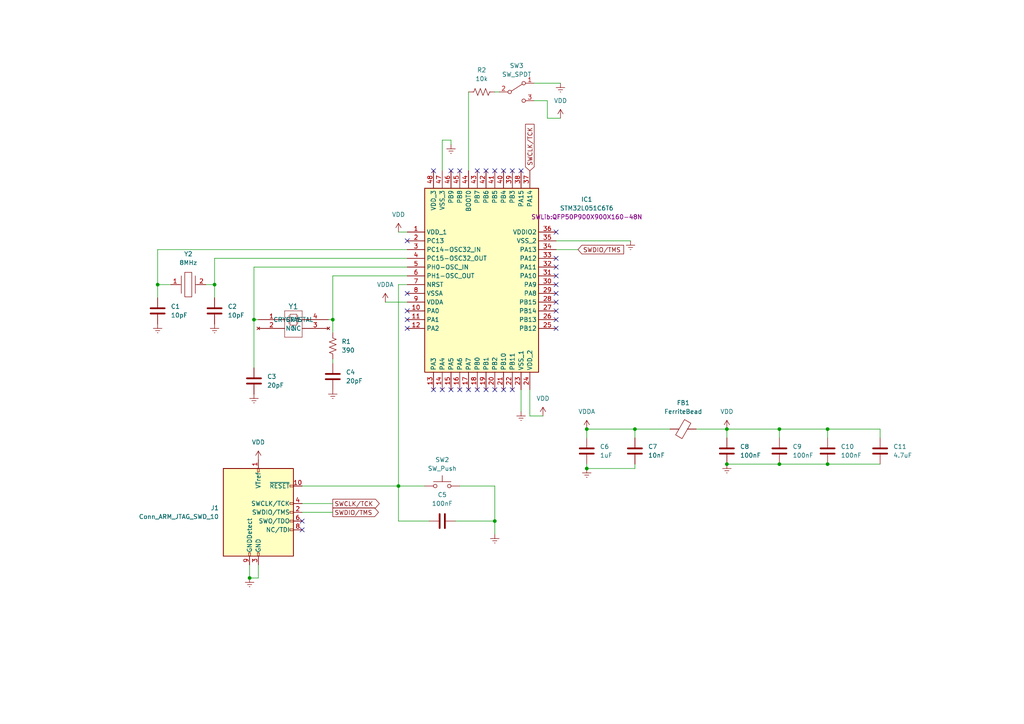
<source format=kicad_sch>
(kicad_sch (version 20230121) (generator eeschema)
  (paper "A4")
  (lib_symbols
    (symbol "Connector:Conn_ARM_JTAG_SWD_10" (pin_names (offset 1.016))
      (property "Reference" "J" (at -2.54 16.51 0))
      (property "Value" "Conn_ARM_JTAG_SWD_10" (at -2.54 13.97 0))
      (symbol "Conn_ARM_JTAG_SWD_10_0_1"
        (rectangle (start -10.16 12.7) (end 10.16 -12.7) (stroke (width 0.254)) (fill (type background)))
        (rectangle (start -2.794 -12.7) (end -2.286 -11.684))
        (rectangle (start -0.254 -12.7) (end 0.254 -11.684))
        (rectangle (start -0.254 12.7) (end 0.254 11.684))
        (rectangle (start 9.144 2.286) (end 10.16 2.794))
        (rectangle (start 10.16 -2.794) (end 9.144 -2.286))
        (rectangle (start 10.16 -0.254) (end 9.144 0.254))
        (rectangle (start 10.16 7.874) (end 9.144 7.366))
      )
      (symbol "Conn_ARM_JTAG_SWD_10_1_1"
        (rectangle (start 9.144 -5.334) (end 10.16 -4.826))
        (pin power_in line (at 0 15.24 270) (length 2.54) (name "VTref") (number "1"))
        (pin open_collector line (at 12.7 7.62 180) (length 2.54) (name "~{RESET}") (number "10"))
        (pin bidirectional line (at 12.7 0 180) (length 2.54) (name "SWDIO/TMS") (number "2"))
        (pin power_in line (at 0 -15.24 90) (length 2.54) (name "GND") (number "3"))
        (pin output line (at 12.7 2.54 180) (length 2.54) (name "SWCLK/TCK") (number "4"))
        (pin passive line (at 0 -15.24 90) (length 2.54) hide (name "GND") (number "5"))
        (pin input line (at 12.7 -2.54 180) (length 2.54) (name "SWO/TDO") (number "6"))
        (pin no_connect line (at -10.16 0 0) (length 2.54) hide (name "KEY") (number "7"))
        (pin output line (at 12.7 -5.08 180) (length 2.54) (name "NC/TDI") (number "8"))
        (pin passive line (at -2.54 -15.24 90) (length 2.54) (name "GNDDetect") (number "9"))
      )
    )
    (symbol "Device:C" (pin_numbers hide) (pin_names (offset 0.254))
      (property "Reference" "C" (at 0.635 2.54 0))
      (property "Value" "C" (at 0.635 -2.54 0))
      (symbol "C_0_1"
        (polyline (pts (xy -2.032 -0.762) (xy 2.032 -0.762)) (stroke (width 0.508)))
        (polyline (pts (xy -2.032 0.762) (xy 2.032 0.762)) (stroke (width 0.508)))
      )
      (symbol "C_1_1"
        (pin passive line (at 0 3.81 270) (length 2.794) (name "~") (number "1"))
        (pin passive line (at 0 -3.81 90) (length 2.794) (name "~") (number "2"))
      )
    )
    (symbol "Device:FerriteBead" (pin_numbers hide) (pin_names (offset 0))
      (property "Reference" "FB" (at -3.81 0.635 90))
      (property "Value" "FerriteBead" (at 3.81 0 90))
      (symbol "FerriteBead_0_1"
        (polyline (pts (xy 0 -1.27) (xy 0 -1.2192)))
        (polyline (pts (xy 0 1.27) (xy 0 1.2954)))
        (polyline (pts (xy -2.7686 0.4064) (xy -1.7018 2.2606) (xy 2.7686 -0.3048) (xy 1.6764 -2.159) (xy -2.7686 0.4064)))
      )
      (symbol "FerriteBead_1_1"
        (pin passive line (at 0 3.81 270) (length 2.54) (name "~") (number "1"))
        (pin passive line (at 0 -3.81 90) (length 2.54) (name "~") (number "2"))
      )
    )
    (symbol "Device:R_US" (pin_numbers hide) (pin_names (offset 0))
      (property "Reference" "R" (at 2.54 0 90))
      (property "Value" "R_US" (at -2.54 0 90))
      (symbol "R_US_0_1"
        (polyline (pts (xy 0 -2.286) (xy 0 -2.54)))
        (polyline (pts (xy 0 2.286) (xy 0 2.54)))
        (polyline (pts (xy 0 -0.762) (xy 1.016 -1.143) (xy 0 -1.524) (xy -1.016 -1.905) (xy 0 -2.286)))
        (polyline (pts (xy 0 0.762) (xy 1.016 0.381) (xy 0 0) (xy -1.016 -0.381) (xy 0 -0.762)))
        (polyline (pts (xy 0 2.286) (xy 1.016 1.905) (xy 0 1.524) (xy -1.016 1.143) (xy 0 0.762)))
      )
      (symbol "R_US_1_1"
        (pin passive line (at 0 3.81 270) (length 1.27) (name "~") (number "1"))
        (pin passive line (at 0 -3.81 90) (length 1.27) (name "~") (number "2"))
      )
    )
    (symbol "SWLib:830003151" (pin_names (offset 0.762))
      (property "Reference" "Y" (at 8.89 6.35 0))
      (property "Value" "830003151" (at 8.89 3.81 0))
      (symbol "830003151_0_0"
        (pin passive line (at 0 0 0) (length 2.54) (name "~") (number "1"))
        (pin passive line (at 10.16 0 180) (length 2.54) (name "~") (number "2"))
      )
      (symbol "830003151_0_1"
        (polyline (pts (xy 3.048 0) (xy 2.54 0)) (stroke (width 0.1524)))
        (polyline (pts (xy 3.048 2.54) (xy 3.048 -2.54)) (stroke (width 0.1524)))
        (polyline (pts (xy 7.112 0) (xy 7.62 0)) (stroke (width 0.1524)))
        (polyline (pts (xy 7.112 2.54) (xy 7.112 -2.54)) (stroke (width 0.1524)))
        (polyline (pts (xy 4.064 3.556) (xy 4.064 -3.556) (xy 6.096 -3.556) (xy 6.096 3.556) (xy 4.064 3.556)) (stroke (width 0.1524)))
      )
    )
    (symbol "SWLib:ABS25-32.768KHZ-6-T" (pin_names (offset 0.254))
      (property "Reference" "X" (at 10.16 7.62 0))
      (property "Value" "ABS25-32.768KHZ-6-T" (at 10.16 5.08 0))
      (symbol "ABS25-32.768KHZ-6-T_0_1"
        (polyline (pts (xy 7.62 -5.08) (xy 12.7 -5.08)) (stroke (width 0.127)))
        (polyline (pts (xy 7.62 0) (xy 8.89 0)) (stroke (width 0.127)))
        (polyline (pts (xy 7.62 2.54) (xy 7.62 -5.08)) (stroke (width 0.127)))
        (polyline (pts (xy 8.89 1.27) (xy 8.89 -1.27)) (stroke (width 0.127)))
        (polyline (pts (xy 9.2075 -1.5875) (xy 11.1125 -1.5875)) (stroke (width 0.127)))
        (polyline (pts (xy 9.2075 1.5875) (xy 9.2075 -1.5875)) (stroke (width 0.127)))
        (polyline (pts (xy 9.2075 1.5875) (xy 11.1125 1.5875)) (stroke (width 0.127)))
        (polyline (pts (xy 11.1125 1.5875) (xy 11.1125 -1.5875)) (stroke (width 0.127)))
        (polyline (pts (xy 11.43 0) (xy 12.7 0)) (stroke (width 0.127)))
        (polyline (pts (xy 11.43 1.27) (xy 11.43 -1.27)) (stroke (width 0.127)))
        (polyline (pts (xy 12.7 -5.08) (xy 12.7 2.54)) (stroke (width 0.127)))
        (polyline (pts (xy 12.7 2.54) (xy 7.62 2.54)) (stroke (width 0.127)))
        (pin unspecified line (at 0 0 0) (length 7.62) (name "CRYSTAL") (number "1"))
        (pin no_connect line (at 0 -2.54 0) (length 7.62) (name "NC") (number "2"))
        (pin no_connect line (at 20.32 -2.54 180) (length 7.62) (name "NC") (number "3"))
        (pin unspecified line (at 20.32 0 180) (length 7.62) (name "CRYSTAL") (number "4"))
      )
    )
    (symbol "SWLib:STM32L051C6T6"
      (property "Reference" "IC" (at 39.37 17.78 0))
      (property "Value" "STM32L051C6T6" (at 39.37 15.24 0))
      (property "Footprint" "QFP50P900X900X160-48N" (at 39.37 -84.76 0))
      (symbol "STM32L051C6T6_1_1"
        (rectangle (start 5.08 12.7) (end 38.1 -40.64) (stroke (width 0.254)) (fill (type background)))
        (pin passive line (at 0 0 0) (length 5.08) (name "VDD_1") (number "1"))
        (pin passive line (at 0 -22.86 0) (length 5.08) (name "PA0") (number "10"))
        (pin passive line (at 0 -25.4 0) (length 5.08) (name "PA1") (number "11"))
        (pin passive line (at 0 -27.94 0) (length 5.08) (name "PA2") (number "12"))
        (pin passive line (at 7.62 -45.72 90) (length 5.08) (name "PA3") (number "13"))
        (pin passive line (at 10.16 -45.72 90) (length 5.08) (name "PA4") (number "14"))
        (pin passive line (at 12.7 -45.72 90) (length 5.08) (name "PA5") (number "15"))
        (pin passive line (at 15.24 -45.72 90) (length 5.08) (name "PA6") (number "16"))
        (pin passive line (at 17.78 -45.72 90) (length 5.08) (name "PA7") (number "17"))
        (pin passive line (at 20.32 -45.72 90) (length 5.08) (name "PB0") (number "18"))
        (pin passive line (at 22.86 -45.72 90) (length 5.08) (name "PB1") (number "19"))
        (pin passive line (at 0 -2.54 0) (length 5.08) (name "PC13") (number "2"))
        (pin passive line (at 25.4 -45.72 90) (length 5.08) (name "PB2") (number "20"))
        (pin passive line (at 27.94 -45.72 90) (length 5.08) (name "PB10") (number "21"))
        (pin passive line (at 30.48 -45.72 90) (length 5.08) (name "PB11") (number "22"))
        (pin passive line (at 33.02 -45.72 90) (length 5.08) (name "VSS_1") (number "23"))
        (pin passive line (at 35.56 -45.72 90) (length 5.08) (name "VDD_2") (number "24"))
        (pin passive line (at 43.18 -27.94 180) (length 5.08) (name "PB12") (number "25"))
        (pin passive line (at 43.18 -25.4 180) (length 5.08) (name "PB13") (number "26"))
        (pin passive line (at 43.18 -22.86 180) (length 5.08) (name "PB14") (number "27"))
        (pin passive line (at 43.18 -20.32 180) (length 5.08) (name "PB15") (number "28"))
        (pin passive line (at 43.18 -17.78 180) (length 5.08) (name "PA8") (number "29"))
        (pin passive line (at 0 -5.08 0) (length 5.08) (name "PC14-OSC32_IN") (number "3"))
        (pin passive line (at 43.18 -15.24 180) (length 5.08) (name "PA9") (number "30"))
        (pin passive line (at 43.18 -12.7 180) (length 5.08) (name "PA10") (number "31"))
        (pin passive line (at 43.18 -10.16 180) (length 5.08) (name "PA11") (number "32"))
        (pin passive line (at 43.18 -7.62 180) (length 5.08) (name "PA12") (number "33"))
        (pin passive line (at 43.18 -5.08 180) (length 5.08) (name "PA13") (number "34"))
        (pin passive line (at 43.18 -2.54 180) (length 5.08) (name "VSS_2") (number "35"))
        (pin passive line (at 43.18 0 180) (length 5.08) (name "VDDIO2") (number "36"))
        (pin passive line (at 35.56 17.78 270) (length 5.08) (name "PA14") (number "37"))
        (pin passive line (at 33.02 17.78 270) (length 5.08) (name "PA15") (number "38"))
        (pin passive line (at 30.48 17.78 270) (length 5.08) (name "PB3") (number "39"))
        (pin passive line (at 0 -7.62 0) (length 5.08) (name "PC15-OSC32_OUT") (number "4"))
        (pin passive line (at 27.94 17.78 270) (length 5.08) (name "PB4") (number "40"))
        (pin passive line (at 25.4 17.78 270) (length 5.08) (name "PB5") (number "41"))
        (pin passive line (at 22.86 17.78 270) (length 5.08) (name "PB6") (number "42"))
        (pin passive line (at 20.32 17.78 270) (length 5.08) (name "PB7") (number "43"))
        (pin passive line (at 17.78 17.78 270) (length 5.08) (name "BOOT0") (number "44"))
        (pin passive line (at 15.24 17.78 270) (length 5.08) (name "PB8") (number "45"))
        (pin passive line (at 12.7 17.78 270) (length 5.08) (name "PB9") (number "46"))
        (pin passive line (at 10.16 17.78 270) (length 5.08) (name "VSS_3") (number "47"))
        (pin passive line (at 7.62 17.78 270) (length 5.08) (name "VDD_3") (number "48"))
        (pin passive line (at 0 -10.16 0) (length 5.08) (name "PH0-OSC_IN") (number "5"))
        (pin passive line (at 0 -12.7 0) (length 5.08) (name "PH1-OSC_OUT") (number "6"))
        (pin passive line (at 0 -15.24 0) (length 5.08) (name "NRST") (number "7"))
        (pin passive line (at 0 -17.78 0) (length 5.08) (name "VSSA") (number "8"))
        (pin passive line (at 0 -20.32 0) (length 5.08) (name "VDDA") (number "9"))
      )
    )
    (symbol "Switch:SW_Push" (pin_numbers hide) (pin_names (offset 1.016) hide)
      (property "Reference" "SW" (at 1.27 2.54 0))
      (property "Value" "SW_Push" (at 0 -1.524 0))
      (symbol "SW_Push_0_1"
        (circle (center -2.032 0) (radius 0.508))
        (polyline (pts (xy 0 1.27) (xy 0 3.048)))
        (polyline (pts (xy 2.54 1.27) (xy -2.54 1.27)))
        (circle (center 2.032 0) (radius 0.508))
        (pin passive line (at -5.08 0 0) (length 2.54) (name "1") (number "1"))
        (pin passive line (at 5.08 0 180) (length 2.54) (name "2") (number "2"))
      )
    )
    (symbol "Switch:SW_SPDT" (pin_names (offset 0) hide)
      (property "Reference" "SW" (at 0 4.318 0))
      (property "Value" "SW_SPDT" (at 0 -5.08 0))
      (symbol "SW_SPDT_0_0"
        (circle (center -2.032 0) (radius 0.508))
        (circle (center 2.032 -2.54) (radius 0.508))
      )
      (symbol "SW_SPDT_0_1"
        (polyline (pts (xy -1.524 0.254) (xy 1.651 2.286)))
        (circle (center 2.032 2.54) (radius 0.508))
      )
      (symbol "SW_SPDT_1_1"
        (pin passive line (at 5.08 2.54 180) (length 2.54) (name "A") (number "1"))
        (pin passive line (at -5.08 0 0) (length 2.54) (name "B") (number "2"))
        (pin passive line (at 5.08 -2.54 180) (length 2.54) (name "C") (number "3"))
      )
    )
    (symbol "power:Earth" (power) (pin_names (offset 0))
      (symbol "Earth_0_1"
        (polyline (pts (xy -0.635 -1.905) (xy 0.635 -1.905)))
        (polyline (pts (xy -0.127 -2.54) (xy 0.127 -2.54)))
        (polyline (pts (xy 0 -1.27) (xy 0 0)))
        (polyline (pts (xy 1.27 -1.27) (xy -1.27 -1.27)))
      )
      (symbol "Earth_1_1"
        (pin power_in line (at 0 0 270) (length 0) hide (name "Earth") (number "1"))
      )
    )
    (symbol "power:VDD" (power) (pin_names (offset 0))
      (property "Value" "VDD" (at 0 3.81 0))
      (symbol "VDD_0_1"
        (polyline (pts (xy -0.762 1.27) (xy 0 2.54)))
        (polyline (pts (xy 0 0) (xy 0 2.54)))
        (polyline (pts (xy 0 2.54) (xy 0.762 1.27)))
      )
      (symbol "VDD_1_1"
        (pin power_in line (at 0 0 90) (length 0) hide (name "VDD") (number "1"))
      )
    )
    (symbol "power:VDDA" (power) (pin_names (offset 0))
      (property "Value" "VDDA" (at 0 3.81 0))
      (symbol "VDDA_0_1"
        (polyline (pts (xy -0.762 1.27) (xy 0 2.54)))
        (polyline (pts (xy 0 0) (xy 0 2.54)))
        (polyline (pts (xy 0 2.54) (xy 0.762 1.27)))
      )
      (symbol "VDDA_1_1"
        (pin power_in line (at 0 0 90) (length 0) hide (name "VDDA") (number "1"))
      )
    )
  )
  (junction (at 73.66 92.71))
  (junction (at 210.82 134.62))
  (junction (at 170.18 124.46))
  (junction (at 240.03 124.46))
  (junction (at 226.06 134.62))
  (junction (at 72.39 167.64))
  (junction (at 226.06 124.46))
  (junction (at 184.15 124.46))
  (junction (at 240.03 134.62))
  (junction (at 96.52 92.71))
  (junction (at 115.57 140.97))
  (junction (at 62.23 82.55))
  (junction (at 210.82 124.46))
  (junction (at 45.72 82.55))
  (junction (at 170.18 135.89))
  (junction (at 143.51 151.13))
  (no_connect (at 146.05 49.53))
  (no_connect (at 87.63 153.67))
  (no_connect (at 130.81 113.03))
  (no_connect (at 125.73 49.53))
  (no_connect (at 151.13 49.53))
  (no_connect (at 143.51 49.53))
  (no_connect (at 161.29 90.17))
  (no_connect (at 118.11 69.85))
  (no_connect (at 161.29 92.71))
  (no_connect (at 118.11 85.09))
  (no_connect (at 161.29 74.93))
  (no_connect (at 161.29 80.01))
  (no_connect (at 161.29 95.25))
  (no_connect (at 161.29 87.63))
  (no_connect (at 118.11 95.25))
  (no_connect (at 125.73 113.03))
  (no_connect (at 138.43 49.53))
  (no_connect (at 146.05 113.03))
  (no_connect (at 87.63 151.13))
  (no_connect (at 140.97 113.03))
  (no_connect (at 128.27 113.03))
  (no_connect (at 133.35 113.03))
  (no_connect (at 143.51 113.03))
  (no_connect (at 118.11 92.71))
  (no_connect (at 148.59 113.03))
  (no_connect (at 135.89 113.03))
  (no_connect (at 161.29 82.55))
  (no_connect (at 118.11 90.17))
  (no_connect (at 161.29 77.47))
  (no_connect (at 138.43 113.03))
  (no_connect (at 148.59 49.53))
  (no_connect (at 140.97 49.53))
  (no_connect (at 161.29 85.09))
  (no_connect (at 130.81 49.53))
  (no_connect (at 161.29 67.31))
  (no_connect (at 133.35 49.53))
  (wire (pts (xy 170.18 124.46) (xy 170.18 127)))
  (wire (pts (xy 170.18 135.89) (xy 184.15 135.89)))
  (wire (pts (xy 184.15 134.62) (xy 184.15 135.89)))
  (wire (pts (xy 115.57 82.55) (xy 118.11 82.55)))
  (wire (pts (xy 96.52 104.14) (xy 96.52 105.41)))
  (wire (pts (xy 158.75 29.21) (xy 154.94 29.21)))
  (wire (pts (xy 87.63 146.05) (xy 96.52 146.05)))
  (wire (pts (xy 143.51 151.13) (xy 143.51 154.94)))
  (wire (pts (xy 45.72 82.55) (xy 49.53 82.55)))
  (wire (pts (xy 115.57 140.97) (xy 115.57 151.13)))
  (wire (pts (xy 96.52 80.01) (xy 96.52 92.71)))
  (wire (pts (xy 95.25 92.71) (xy 96.52 92.71)))
  (wire (pts (xy 240.03 124.46) (xy 240.03 127)))
  (wire (pts (xy 161.29 72.39) (xy 167.64 72.39)))
  (wire (pts (xy 210.82 134.62) (xy 226.06 134.62)))
  (wire (pts (xy 226.06 134.62) (xy 240.03 134.62)))
  (wire (pts (xy 201.93 124.46) (xy 210.82 124.46)))
  (wire (pts (xy 143.51 26.67) (xy 144.78 26.67)))
  (wire (pts (xy 210.82 124.46) (xy 210.82 127)))
  (wire (pts (xy 118.11 77.47) (xy 73.66 77.47)))
  (wire (pts (xy 161.29 69.85) (xy 182.88 69.85)))
  (wire (pts (xy 115.57 140.97) (xy 123.19 140.97)))
  (wire (pts (xy 210.82 124.46) (xy 226.06 124.46)))
  (wire (pts (xy 135.89 26.67) (xy 135.89 49.53)))
  (wire (pts (xy 115.57 151.13) (xy 124.46 151.13)))
  (wire (pts (xy 153.67 120.65) (xy 157.48 120.65)))
  (wire (pts (xy 62.23 74.93) (xy 118.11 74.93)))
  (wire (pts (xy 73.66 77.47) (xy 73.66 92.71)))
  (wire (pts (xy 133.35 140.97) (xy 143.51 140.97)))
  (wire (pts (xy 154.94 24.13) (xy 162.56 24.13)))
  (wire (pts (xy 87.63 140.97) (xy 115.57 140.97)))
  (wire (pts (xy 240.03 124.46) (xy 255.27 124.46)))
  (wire (pts (xy 226.06 124.46) (xy 226.06 127)))
  (wire (pts (xy 115.57 82.55) (xy 115.57 140.97)))
  (wire (pts (xy 184.15 124.46) (xy 194.31 124.46)))
  (wire (pts (xy 240.03 134.62) (xy 255.27 134.62)))
  (wire (pts (xy 184.15 127) (xy 184.15 124.46)))
  (wire (pts (xy 153.67 113.03) (xy 153.67 120.65)))
  (wire (pts (xy 87.63 148.59) (xy 96.52 148.59)))
  (wire (pts (xy 72.39 167.64) (xy 72.39 163.83)))
  (wire (pts (xy 72.39 167.64) (xy 74.93 167.64)))
  (wire (pts (xy 128.27 49.53) (xy 128.27 40.64)))
  (wire (pts (xy 132.08 151.13) (xy 143.51 151.13)))
  (wire (pts (xy 130.81 40.64) (xy 130.81 41.91)))
  (wire (pts (xy 45.72 72.39) (xy 45.72 82.55)))
  (wire (pts (xy 143.51 140.97) (xy 143.51 151.13)))
  (wire (pts (xy 96.52 92.71) (xy 96.52 96.52)))
  (wire (pts (xy 59.69 82.55) (xy 62.23 82.55)))
  (wire (pts (xy 45.72 82.55) (xy 45.72 86.36)))
  (wire (pts (xy 255.27 124.46) (xy 255.27 127)))
  (wire (pts (xy 158.75 34.29) (xy 162.56 34.29)))
  (wire (pts (xy 45.72 72.39) (xy 118.11 72.39)))
  (wire (pts (xy 74.93 167.64) (xy 74.93 163.83)))
  (wire (pts (xy 226.06 124.46) (xy 240.03 124.46)))
  (wire (pts (xy 118.11 80.01) (xy 96.52 80.01)))
  (wire (pts (xy 170.18 124.46) (xy 184.15 124.46)))
  (wire (pts (xy 62.23 74.93) (xy 62.23 82.55)))
  (wire (pts (xy 170.18 134.62) (xy 170.18 135.89)))
  (wire (pts (xy 73.66 92.71) (xy 73.66 106.68)))
  (wire (pts (xy 62.23 82.55) (xy 62.23 86.36)))
  (wire (pts (xy 73.66 92.71) (xy 74.93 92.71)))
  (wire (pts (xy 158.75 34.29) (xy 158.75 29.21)))
  (wire (pts (xy 128.27 40.64) (xy 130.81 40.64)))
  (wire (pts (xy 151.13 119.38) (xy 151.13 113.03)))
  (wire (pts (xy 111.76 87.63) (xy 118.11 87.63)))
  (wire (pts (xy 115.57 67.31) (xy 118.11 67.31)))
  (global_label "SWDIO{slash}TMS" (shape input) (at 167.64 72.39 0) (property "Intersheetrefs" "${INTERSHEET_REFS}" (effects hide)))
  (global_label "SWDIO{slash}TMS" (shape output) (at 96.52 148.59 0) (property "Intersheetrefs" "${INTERSHEET_REFS}" (effects hide)))
  (global_label "SWCLK{slash}TCK" (shape input) (at 153.67 49.53 90) (property "Intersheetrefs" "${INTERSHEET_REFS}" (effects hide)))
  (global_label "SWCLK{slash}TCK" (shape output) (at 96.52 146.05 0) (property "Intersheetrefs" "${INTERSHEET_REFS}" (effects hide)))
  (symbol (lib_id "power:Earth") (at 96.52 113.03 0) (unit 1)
    (property "Reference" "#PWR04" (effects hide))
    (property "Value" "Earth" (effects hide))
  )
  (symbol (lib_id "power:VDD") (at 210.82 124.46 0) (unit 1)
    (property "Reference" "#PWR09" (effects hide))
    (property "Value" "VDD" (at 210.82 119.38 0))
  )
  (symbol (lib_id "Switch:SW_SPDT") (at 149.86 26.67 0) (unit 1)
    (property "Reference" "SW3" (at 149.86 19.05 0))
    (property "Value" "SW_SPDT" (at 149.86 21.59 0))
    (property "Footprint" "Button_Switch_SMD:SW_SPDT_PCM12" (effects hide))
  )
  (symbol (lib_id "Device:C") (at 255.27 130.81 0) (unit 1)
    (property "Reference" "C11" (at 259.08 129.54 0) (effects (justify left)))
    (property "Value" "4.7uF" (at 259.08 132.08 0) (effects (justify left)))
    (property "Footprint" "Capacitor_SMD:C_0603_1608Metric_Pad1.08x0.95mm_HandSolder" (effects hide))
  )
  (symbol (lib_id "Device:C") (at 240.03 130.81 0) (unit 1)
    (property "Reference" "C10" (at 243.84 129.54 0) (effects (justify left)))
    (property "Value" "100nF" (at 243.84 132.08 0) (effects (justify left)))
    (property "Footprint" "Capacitor_SMD:C_0603_1608Metric_Pad1.08x0.95mm_HandSolder" (effects hide))
  )
  (symbol (lib_id "power:Earth") (at 45.72 93.98 0) (unit 1)
    (property "Reference" "#PWR01" (effects hide))
    (property "Value" "Earth" (effects hide))
  )
  (symbol (lib_id "Device:C") (at 184.15 130.81 0) (unit 1)
    (property "Reference" "C7" (at 187.96 129.54 0) (effects (justify left)))
    (property "Value" "10nF" (at 187.96 132.08 0) (effects (justify left)))
    (property "Footprint" "Capacitor_SMD:C_0603_1608Metric_Pad1.08x0.95mm_HandSolder" (effects hide))
  )
  (symbol (lib_id "SWLib:STM32L051C6T6") (at 118.11 67.31 0) (unit 1)
    (property "Reference" "IC1" (at 170.18 57.8419 0))
    (property "Value" "STM32L051C6T6" (at 170.18 60.3819 0))
    (property "Footprint" "SWLib:QFP50P900X900X160-48N" (at 170.18 62.9219 0))
    (property "Datasheet" "https://www.st.com/resource/en/datasheet/stm32l051c6.pdf" (effects hide))
    (property "Height" "1.6" (effects hide))
    (property "Manufacturer_Name" "STMicroelectronics" (effects hide))
    (property "Manufacturer_Part_Number" "STM32L051C6T6" (effects hide))
    (property "Mouser Part Number" "511-STM32L051C6T6" (effects hide))
    (property "Mouser Price/Stock" "https://www.mouser.co.uk/ProductDetail/STMicroelectronics/STM32L051C6T6?qs=s5SkPsIz109QHmGVlcyxGQ%3D%3D" (effects hide))
    (property "Arrow Part Number" "STM32L051C6T6" (effects hide))
    (property "Arrow Price/Stock" "https://www.arrow.com/en/products/stm32l051c6t6/stmicroelectronics?region=europe" (effects hide))
  )
  (symbol (lib_id "Device:C") (at 226.06 130.81 0) (unit 1)
    (property "Reference" "C9" (at 229.87 129.54 0) (effects (justify left)))
    (property "Value" "100nF" (at 229.87 132.08 0) (effects (justify left)))
    (property "Footprint" "Capacitor_SMD:C_0603_1608Metric_Pad1.08x0.95mm_HandSolder" (effects hide))
  )
  (symbol (lib_id "power:Earth") (at 162.56 24.13 0) (unit 1)
    (property "Reference" "#PWR05" (effects hide))
    (property "Value" "Earth" (effects hide))
  )
  (symbol (lib_id "Device:C") (at 62.23 90.17 0) (unit 1)
    (property "Reference" "C2" (at 66.04 88.9 0) (effects (justify left)))
    (property "Value" "10pF" (at 66.04 91.44 0) (effects (justify left)))
    (property "Footprint" "Capacitor_SMD:C_0603_1608Metric_Pad1.08x0.95mm_HandSolder" (effects hide))
  )
  (symbol (lib_id "power:Earth") (at 210.82 134.62 0) (unit 1)
    (property "Reference" "#PWR012" (effects hide))
    (property "Value" "Earth" (effects hide))
  )
  (symbol (lib_id "power:VDD") (at 157.48 120.65 0) (unit 1)
    (property "Reference" "#PWR013" (effects hide))
    (property "Value" "VDD" (at 157.48 115.57 0))
  )
  (symbol (lib_id "Device:FerriteBead") (at 198.12 124.46 270) (unit 1)
    (property "Reference" "FB1" (at 198.1708 116.84 90))
    (property "Value" "FerriteBead" (at 198.1708 119.38 90))
    (property "Footprint" "Inductor_SMD:L_0201_0603Metric_Pad0.64x0.40mm_HandSolder" (effects hide))
  )
  (symbol (lib_id "SWLib:830003151") (at 49.53 82.55 0) (unit 1)
    (property "Reference" "Y2" (at 54.61 73.66 0))
    (property "Value" "8MHz" (at 54.61 76.2 0))
    (property "Footprint" "SWLib:830003151" (effects hide))
    (property "Datasheet" "https://www.we-online.com/catalog/datasheet/830003151.pdf" (effects hide))
    (property "Description" "Crystals WE-XTAL 8.0MHz 50ppm 13.4 x 4.9mm" (effects hide))
    (property "Height" "4.3" (effects hide))
    (property "Mouser Part Number" "710-830003151" (effects hide))
    (property "Mouser Price/Stock" "https://www.mouser.co.uk/ProductDetail/Wurth-Elektronik/830003151?qs=2WXlatMagcHisY7XHApyYg%3D%3D" (effects hide))
    (property "Manufacturer_Name" "Wurth Elektronik" (effects hide))
    (property "Manufacturer_Part_Number" "830003151" (effects hide))
  )
  (symbol (lib_id "SWLib:ABS25-32.768KHZ-6-T") (at 74.93 92.71 0) (unit 1)
    (property "Reference" "Y1" (at 85.09 88.9 0) (effects (font (size 1.524 1.524))))
    (property "Value" "ABS25-32.768KHZ-6-T" (effects hide))
    (property "Footprint" "SWLib:X_ABS25_ABR" (effects hide))
    (property "Datasheet" "ABS25-32.768KHZ-6-T" (effects hide))
  )
  (symbol (lib_id "power:Earth") (at 72.39 167.64 0) (unit 1)
    (property "Reference" "#PWR015" (effects hide))
    (property "Value" "Earth" (effects hide))
  )
  (symbol (lib_id "Device:C") (at 170.18 130.81 0) (unit 1)
    (property "Reference" "C6" (at 173.99 129.54 0) (effects (justify left)))
    (property "Value" "1uF" (at 173.99 132.08 0) (effects (justify left)))
    (property "Footprint" "Capacitor_SMD:C_0603_1608Metric_Pad1.08x0.95mm_HandSolder" (effects hide))
  )
  (symbol (lib_id "Switch:SW_Push") (at 128.27 140.97 0) (unit 1)
    (property "Reference" "SW2" (at 128.27 133.35 0))
    (property "Value" "SW_Push" (at 128.27 135.89 0))
    (property "Footprint" "Button_Switch_THT:SW_Push_2P2T_Toggle_CK_PVA2OAH5xxxxxxV2" (effects hide))
  )
  (symbol (lib_id "power:VDD") (at 162.56 34.29 0) (unit 1)
    (property "Reference" "#PWR06" (effects hide))
    (property "Value" "VDD" (at 162.56 29.21 0))
  )
  (symbol (lib_id "Device:R_US") (at 139.7 26.67 90) (unit 1)
    (property "Reference" "R2" (at 139.7 20.32 90))
    (property "Value" "10k" (at 139.7 22.86 90))
    (property "Footprint" "Resistor_SMD:R_0603_1608Metric_Pad0.98x0.95mm_HandSolder" (effects hide))
  )
  (symbol (lib_id "Connector:Conn_ARM_JTAG_SWD_10") (at 74.93 148.59 0) (unit 1)
    (property "Reference" "J1" (at 63.5 147.32 0) (effects (justify right)))
    (property "Value" "Conn_ARM_JTAG_SWD_10" (at 63.5 149.86 0) (effects (justify right)))
    (property "Footprint" "Connector_PinSocket_2.00mm:PinSocket_1x10_P2.00mm_Vertical" (effects hide))
    (property "Datasheet" "http://infocenter.arm.com/help/topic/com.arm.doc.ddi0314h/DDI0314H_coresight_components_trm.pdf" (effects hide))
  )
  (symbol (lib_id "power:VDDA") (at 170.18 124.46 0) (unit 1)
    (property "Reference" "#PWR010" (effects hide))
    (property "Value" "VDDA" (at 170.18 119.38 0))
  )
  (symbol (lib_id "power:Earth") (at 130.81 41.91 0) (unit 1)
    (property "Reference" "#PWR016" (effects hide))
    (property "Value" "Earth" (effects hide))
  )
  (symbol (lib_id "Device:C") (at 128.27 151.13 90) (unit 1)
    (property "Reference" "C5" (at 128.27 143.51 90))
    (property "Value" "100nF" (at 128.27 146.05 90))
    (property "Footprint" "Capacitor_SMD:C_0603_1608Metric_Pad1.08x0.95mm_HandSolder" (effects hide))
  )
  (symbol (lib_id "power:Earth") (at 62.23 93.98 0) (unit 1)
    (property "Reference" "#PWR02" (effects hide))
    (property "Value" "Earth" (effects hide))
  )
  (symbol (lib_id "Device:C") (at 96.52 109.22 0) (unit 1)
    (property "Reference" "C4" (at 100.33 107.95 0) (effects (justify left)))
    (property "Value" "20pF" (at 100.33 110.49 0) (effects (justify left)))
    (property "Footprint" "Capacitor_SMD:C_0603_1608Metric_Pad1.08x0.95mm_HandSolder" (effects hide))
  )
  (symbol (lib_id "Device:C") (at 73.66 110.49 0) (unit 1)
    (property "Reference" "C3" (at 77.47 109.22 0) (effects (justify left)))
    (property "Value" "20pF" (at 77.47 111.76 0) (effects (justify left)))
    (property "Footprint" "Capacitor_SMD:C_0603_1608Metric_Pad1.08x0.95mm_HandSolder" (effects hide))
  )
  (symbol (lib_id "power:VDDA") (at 111.76 87.63 0) (unit 1)
    (property "Reference" "#PWR07" (effects hide))
    (property "Value" "VDDA" (at 111.76 82.55 0))
  )
  (symbol (lib_id "power:VDD") (at 115.57 67.31 0) (unit 1)
    (property "Reference" "#PWR014" (effects hide))
    (property "Value" "VDD" (at 115.57 62.23 0))
  )
  (symbol (lib_id "power:Earth") (at 182.88 69.85 0) (unit 1)
    (property "Reference" "#PWR018" (effects hide))
    (property "Value" "Earth" (effects hide))
  )
  (symbol (lib_id "power:Earth") (at 73.66 114.3 0) (unit 1)
    (property "Reference" "#PWR03" (effects hide))
    (property "Value" "Earth" (effects hide))
  )
  (symbol (lib_id "Device:R_US") (at 96.52 100.33 0) (unit 1)
    (property "Reference" "R1" (at 99.06 99.06 0) (effects (justify left)))
    (property "Value" "390" (at 99.06 101.6 0) (effects (justify left)))
    (property "Footprint" "Resistor_SMD:R_0603_1608Metric_Pad0.98x0.95mm_HandSolder" (effects hide))
  )
  (symbol (lib_id "power:VDD") (at 74.93 133.35 0) (unit 1)
    (property "Reference" "#PWR019" (effects hide))
    (property "Value" "VDD" (at 74.93 128.27 0))
  )
  (symbol (lib_id "power:Earth") (at 170.18 135.89 0) (unit 1)
    (property "Reference" "#PWR011" (effects hide))
    (property "Value" "Earth" (effects hide))
  )
  (symbol (lib_id "power:Earth") (at 151.13 119.38 0) (unit 1)
    (property "Reference" "#PWR017" (effects hide))
    (property "Value" "Earth" (effects hide))
  )
  (symbol (lib_id "Device:C") (at 210.82 130.81 0) (unit 1)
    (property "Reference" "C8" (at 214.63 129.54 0) (effects (justify left)))
    (property "Value" "100nF" (at 214.63 132.08 0) (effects (justify left)))
    (property "Footprint" "Capacitor_SMD:C_0603_1608Metric_Pad1.08x0.95mm_HandSolder" (effects hide))
  )
  (symbol (lib_id "Device:C") (at 45.72 90.17 0) (unit 1)
    (property "Reference" "C1" (at 49.53 88.9 0) (effects (justify left)))
    (property "Value" "10pF" (at 49.53 91.44 0) (effects (justify left)))
    (property "Footprint" "Capacitor_SMD:C_0603_1608Metric_Pad1.08x0.95mm_HandSolder" (effects hide))
  )
  (symbol (lib_id "power:Earth") (at 143.51 154.94 0) (unit 1)
    (property "Reference" "#PWR08" (effects hide))
    (property "Value" "Earth" (effects hide))
  )
)
</source>
